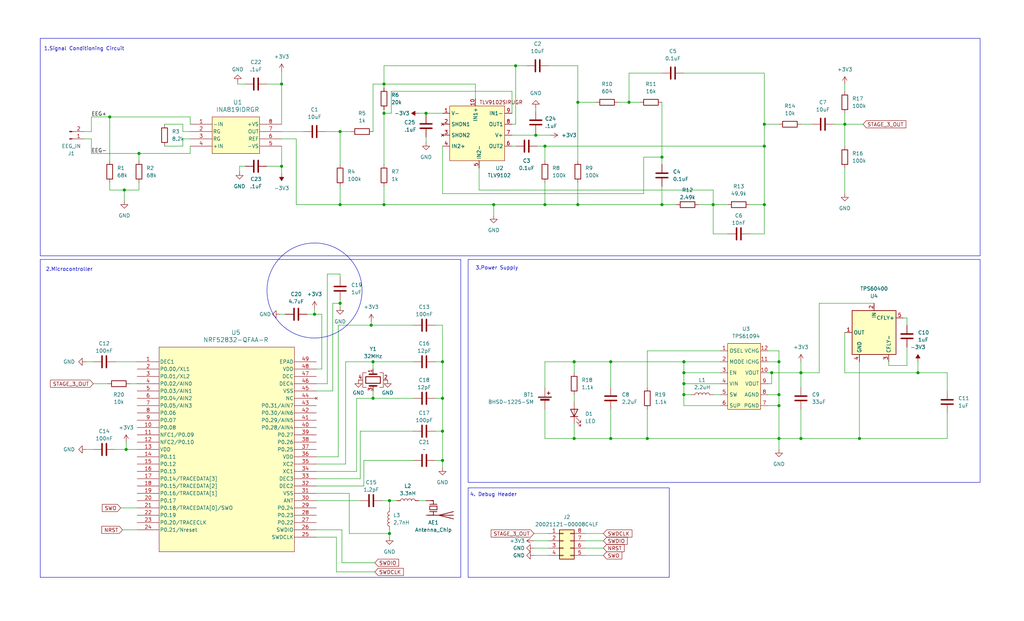
<source format=kicad_sch>
(kicad_sch (version 20230121) (generator eeschema)
  (paper "USLegal")
  (title_block (title "Wearable EEG Sensor") (rev "P2.0") (company "JY-68"))
  (junction (at 38.1 40.64))
  (junction (at 189.23 71.12))
  (junction (at 147.955 39.37))
  (junction (at 199.39 152.4))
  (junction (at 133.35 39.37))
  (junction (at 247.65 71.12))
  (junction (at 293.37 43.18))
  (junction (at 135.255 173.99))
  (junction (at 229.87 71.12))
  (junction (at 270.51 137.16))
  (junction (at 97.79 29.21))
  (junction (at 171.45 71.12))
  (junction (at 186.055 46.99))
  (junction (at 97.79 57.785))
  (junction (at 135.255 185.42))
  (junction (at 278.13 152.4))
  (junction (at 237.49 129.54))
  (junction (at 179.07 22.86))
  (junction (at 218.44 35.56))
  (junction (at 153.67 138.43))
  (junction (at 129.54 125.73))
  (junction (at 199.39 125.73))
  (junction (at 237.49 133.35))
  (junction (at 237.49 125.73))
  (junction (at 265.43 50.8))
  (junction (at 270.51 140.97))
  (junction (at 298.45 152.4))
  (junction (at 200.66 35.56))
  (junction (at 153.67 125.73))
  (junction (at 118.11 45.72))
  (junction (at 267.97 129.54))
  (junction (at 278.13 129.54))
  (junction (at 129.54 138.43))
  (junction (at 200.66 71.12))
  (junction (at 265.43 71.12))
  (junction (at 270.51 152.4))
  (junction (at 48.26 53.34))
  (junction (at 212.09 125.73))
  (junction (at 43.18 66.04))
  (junction (at 118.11 105.41))
  (junction (at 128.905 113.03))
  (junction (at 133.35 29.21))
  (junction (at 237.49 137.16))
  (junction (at 118.11 71.12))
  (junction (at 318.77 129.54))
  (junction (at 212.09 152.4))
  (junction (at 265.43 43.18))
  (junction (at 109.22 109.22))
  (junction (at 43.815 156.21))
  (junction (at 270.51 125.73))
  (junction (at 229.87 54.61))
  (junction (at 189.23 50.8))
  (junction (at 133.35 71.12))
  (junction (at 153.67 160.02))
  (junction (at 224.79 152.4))
  (junction (at 153.67 149.86))
  (wire (pts (xy 267.97 129.54) (xy 278.13 129.54)))
  (wire (pts (xy 102.87 48.26) (xy 102.87 71.12)))
  (wire (pts (xy 135.255 173.99) (xy 137.795 173.99)))
  (wire (pts (xy 278.13 125.73) (xy 278.13 129.54)))
  (wire (pts (xy 31.75 45.72) (xy 31.75 40.64)))
  (wire (pts (xy 40.005 156.21) (xy 43.815 156.21)))
  (wire (pts (xy 278.13 152.4) (xy 270.51 152.4)))
  (wire (pts (xy 185.42 190.5) (xy 190.5 190.5)))
  (wire (pts (xy 223.52 54.61) (xy 229.87 54.61)))
  (wire (pts (xy 145.415 39.37) (xy 147.955 39.37)))
  (wire (pts (xy 45.085 133.35) (xy 47.625 133.35)))
  (wire (pts (xy 293.37 115.57) (xy 293.37 129.54)))
  (wire (pts (xy 278.13 43.18) (xy 281.94 43.18)))
  (wire (pts (xy 147.955 39.37) (xy 153.67 39.37)))
  (wire (pts (xy 223.52 67.31) (xy 223.52 54.61)))
  (wire (pts (xy 224.79 121.92) (xy 250.19 121.92)))
  (wire (pts (xy 212.09 125.73) (xy 237.49 125.73)))
  (wire (pts (xy 190.5 22.86) (xy 200.66 22.86)))
  (wire (pts (xy 189.23 63.5) (xy 189.23 71.12)))
  (wire (pts (xy 153.67 138.43) (xy 153.67 149.86)))
  (wire (pts (xy 135.89 31.75) (xy 177.8 31.75)))
  (wire (pts (xy 97.79 29.21) (xy 97.79 43.18)))
  (wire (pts (xy 125.095 166.37) (xy 125.095 149.86)))
  (wire (pts (xy 293.37 129.54) (xy 318.77 129.54)))
  (wire (pts (xy 293.37 43.18) (xy 299.72 43.18)))
  (wire (pts (xy 314.96 127) (xy 308.61 127)))
  (wire (pts (xy 153.67 149.86) (xy 153.67 160.02)))
  (wire (pts (xy 224.79 142.24) (xy 224.79 152.4)))
  (wire (pts (xy 115.57 105.41) (xy 118.11 105.41)))
  (wire (pts (xy 109.855 186.69) (xy 116.84 186.69)))
  (wire (pts (xy 66.04 43.18) (xy 66.04 40.64)))
  (wire (pts (xy 212.09 142.24) (xy 212.09 152.4)))
  (wire (pts (xy 66.04 53.34) (xy 48.26 53.34)))
  (wire (pts (xy 97.79 24.765) (xy 97.79 29.21)))
  (wire (pts (xy 270.51 137.16) (xy 270.51 140.97)))
  (wire (pts (xy 237.49 25.4) (xy 265.43 25.4)))
  (wire (pts (xy 266.7 137.16) (xy 270.51 137.16)))
  (wire (pts (xy 284.48 105.41) (xy 284.48 129.54)))
  (wire (pts (xy 270.51 121.92) (xy 270.51 125.73)))
  (wire (pts (xy 199.39 147.32) (xy 199.39 152.4)))
  (wire (pts (xy 224.79 152.4) (xy 270.51 152.4)))
  (wire (pts (xy 126.365 160.02) (xy 143.51 160.02)))
  (wire (pts (xy 237.49 133.35) (xy 250.19 133.35)))
  (wire (pts (xy 189.23 134.62) (xy 189.23 125.73)))
  (wire (pts (xy 189.23 50.8) (xy 189.23 55.88)))
  (wire (pts (xy 247.65 81.28) (xy 247.65 71.12)))
  (wire (pts (xy 250.19 140.97) (xy 237.49 140.97)))
  (wire (pts (xy 42.545 184.15) (xy 47.625 184.15)))
  (wire (pts (xy 85.09 57.785) (xy 83.185 57.785)))
  (wire (pts (xy 177.8 39.37) (xy 177.8 31.75)))
  (wire (pts (xy 189.23 71.12) (xy 171.45 71.12)))
  (wire (pts (xy 129.54 125.73) (xy 143.51 125.73)))
  (wire (pts (xy 109.855 171.45) (xy 121.285 171.45)))
  (wire (pts (xy 82.55 29.21) (xy 85.09 29.21)))
  (wire (pts (xy 177.8 46.99) (xy 186.055 46.99)))
  (wire (pts (xy 151.13 138.43) (xy 153.67 138.43)))
  (wire (pts (xy 224.79 152.4) (xy 212.09 152.4)))
  (wire (pts (xy 118.11 104.14) (xy 118.11 105.41)))
  (wire (pts (xy 189.23 125.73) (xy 199.39 125.73)))
  (wire (pts (xy 270.51 125.73) (xy 270.51 137.16)))
  (wire (pts (xy 278.13 152.4) (xy 298.45 152.4)))
  (wire (pts (xy 308.61 125.73) (xy 308.61 127)))
  (wire (pts (xy 109.855 166.37) (xy 125.095 166.37)))
  (wire (pts (xy 229.87 35.56) (xy 229.87 54.61)))
  (wire (pts (xy 153.67 125.73) (xy 153.67 138.43)))
  (wire (pts (xy 66.04 45.72) (xy 63.5 45.72)))
  (wire (pts (xy 270.51 152.4) (xy 270.51 156.21)))
  (wire (pts (xy 218.44 35.56) (xy 222.25 35.56)))
  (wire (pts (xy 48.26 53.34) (xy 48.26 55.88)))
  (wire (pts (xy 97.79 57.785) (xy 97.79 60.325)))
  (wire (pts (xy 218.44 25.4) (xy 218.44 35.56)))
  (wire (pts (xy 123.825 138.43) (xy 129.54 138.43)))
  (wire (pts (xy 97.79 48.26) (xy 102.87 48.26)))
  (wire (pts (xy 266.7 125.73) (xy 270.51 125.73)))
  (wire (pts (xy 121.285 171.45) (xy 121.285 185.42)))
  (wire (pts (xy 129.54 45.72) (xy 129.54 29.21)))
  (wire (pts (xy 265.43 50.8) (xy 265.43 71.12)))
  (wire (pts (xy 135.255 184.15) (xy 135.255 185.42)))
  (wire (pts (xy 265.43 43.18) (xy 265.43 50.8)))
  (wire (pts (xy 247.65 137.16) (xy 250.19 137.16)))
  (wire (pts (xy 118.11 96.52) (xy 118.11 95.25)))
  (wire (pts (xy 186.055 46.99) (xy 191.135 46.99)))
  (wire (pts (xy 314.96 120.65) (xy 314.96 127)))
  (wire (pts (xy 203.2 187.96) (xy 209.55 187.96)))
  (wire (pts (xy 171.45 71.12) (xy 133.35 71.12)))
  (wire (pts (xy 166.37 58.42) (xy 166.37 66.04)))
  (wire (pts (xy 92.71 57.785) (xy 97.79 57.785)))
  (wire (pts (xy 57.15 50.8) (xy 63.5 50.8)))
  (wire (pts (xy 111.76 128.27) (xy 109.855 128.27)))
  (wire (pts (xy 41.91 176.53) (xy 47.625 176.53)))
  (wire (pts (xy 293.37 58.42) (xy 293.37 67.31)))
  (wire (pts (xy 314.96 110.49) (xy 314.96 113.03)))
  (wire (pts (xy 200.66 35.56) (xy 200.66 55.88)))
  (wire (pts (xy 63.5 48.26) (xy 63.5 50.8)))
  (wire (pts (xy 135.89 31.75) (xy 135.89 39.37)))
  (wire (pts (xy 43.18 66.04) (xy 48.26 66.04)))
  (wire (pts (xy 118.11 45.72) (xy 121.92 45.72)))
  (wire (pts (xy 29.845 156.21) (xy 32.385 156.21)))
  (wire (pts (xy 200.66 63.5) (xy 200.66 71.12)))
  (wire (pts (xy 214.63 35.56) (xy 218.44 35.56)))
  (wire (pts (xy 266.7 133.35) (xy 267.97 133.35)))
  (wire (pts (xy 189.23 50.8) (xy 265.43 50.8)))
  (wire (pts (xy 125.095 149.86) (xy 143.51 149.86)))
  (wire (pts (xy 97.79 50.8) (xy 97.79 57.785)))
  (wire (pts (xy 109.22 107.315) (xy 109.22 109.22)))
  (wire (pts (xy 118.745 195.58) (xy 130.175 195.58)))
  (wire (pts (xy 237.49 140.97) (xy 237.49 137.16)))
  (wire (pts (xy 177.8 43.18) (xy 179.07 43.18)))
  (wire (pts (xy 128.905 113.03) (xy 143.51 113.03)))
  (wire (pts (xy 133.35 39.37) (xy 135.89 39.37)))
  (wire (pts (xy 63.5 43.18) (xy 57.15 43.18)))
  (wire (pts (xy 133.35 30.48) (xy 133.35 29.21)))
  (wire (pts (xy 289.56 43.18) (xy 293.37 43.18)))
  (wire (pts (xy 200.66 35.56) (xy 207.01 35.56)))
  (wire (pts (xy 145.415 173.99) (xy 147.955 173.99)))
  (wire (pts (xy 129.54 138.43) (xy 143.51 138.43)))
  (wire (pts (xy 247.65 71.12) (xy 247.65 66.04)))
  (wire (pts (xy 38.1 40.64) (xy 31.75 40.64)))
  (wire (pts (xy 109.855 173.99) (xy 125.095 173.99)))
  (wire (pts (xy 66.04 48.26) (xy 63.5 48.26)))
  (wire (pts (xy 117.475 113.03) (xy 117.475 158.75)))
  (wire (pts (xy 118.11 95.25) (xy 113.665 95.25)))
  (wire (pts (xy 278.13 142.24) (xy 278.13 152.4)))
  (wire (pts (xy 200.66 22.86) (xy 200.66 35.56)))
  (wire (pts (xy 120.015 125.73) (xy 129.54 125.73)))
  (wire (pts (xy 92.71 29.21) (xy 97.79 29.21)))
  (wire (pts (xy 38.1 63.5) (xy 38.1 66.04)))
  (wire (pts (xy 109.855 168.91) (xy 126.365 168.91)))
  (wire (pts (xy 293.37 39.37) (xy 293.37 43.18)))
  (wire (pts (xy 203.2 193.04) (xy 209.55 193.04)))
  (wire (pts (xy 63.5 45.72) (xy 63.5 43.18)))
  (wire (pts (xy 111.76 109.22) (xy 111.76 128.27)))
  (wire (pts (xy 298.45 152.4) (xy 328.93 152.4)))
  (wire (pts (xy 265.43 43.18) (xy 270.51 43.18)))
  (wire (pts (xy 83.185 57.785) (xy 83.185 59.69)))
  (wire (pts (xy 48.26 66.04) (xy 48.26 63.5)))
  (wire (pts (xy 266.7 121.92) (xy 270.51 121.92)))
  (wire (pts (xy 171.45 71.12) (xy 171.45 74.93)))
  (wire (pts (xy 151.13 160.02) (xy 153.67 160.02)))
  (wire (pts (xy 106.68 109.22) (xy 109.22 109.22)))
  (wire (pts (xy 237.49 129.54) (xy 237.49 133.35)))
  (wire (pts (xy 265.43 25.4) (xy 265.43 43.18)))
  (wire (pts (xy 29.21 48.26) (xy 31.75 48.26)))
  (wire (pts (xy 102.87 71.12) (xy 118.11 71.12)))
  (wire (pts (xy 109.855 184.15) (xy 118.745 184.15)))
  (wire (pts (xy 129.54 135.89) (xy 129.54 138.43)))
  (wire (pts (xy 129.54 125.73) (xy 129.54 128.27)))
  (wire (pts (xy 29.21 45.72) (xy 31.75 45.72)))
  (wire (pts (xy 303.53 105.41) (xy 284.48 105.41)))
  (wire (pts (xy 118.745 184.15) (xy 118.745 195.58)))
  (wire (pts (xy 123.825 163.83) (xy 123.825 138.43)))
  (wire (pts (xy 166.37 66.04) (xy 247.65 66.04)))
  (wire (pts (xy 29.845 125.73) (xy 32.385 125.73)))
  (wire (pts (xy 293.37 43.18) (xy 293.37 50.8)))
  (wire (pts (xy 109.855 163.83) (xy 123.825 163.83)))
  (wire (pts (xy 229.87 25.4) (xy 218.44 25.4)))
  (wire (pts (xy 185.42 187.96) (xy 190.5 187.96)))
  (wire (pts (xy 212.09 134.62) (xy 212.09 125.73)))
  (wire (pts (xy 147.955 47.625) (xy 147.955 49.53)))
  (wire (pts (xy 153.67 67.31) (xy 223.52 67.31)))
  (wire (pts (xy 189.23 71.12) (xy 200.66 71.12)))
  (wire (pts (xy 260.35 71.12) (xy 265.43 71.12)))
  (wire (pts (xy 224.79 134.62) (xy 224.79 121.92)))
  (wire (pts (xy 113.665 95.25) (xy 113.665 133.35)))
  (wire (pts (xy 237.49 137.16) (xy 240.03 137.16)))
  (wire (pts (xy 186.055 37.465) (xy 186.055 38.735)))
  (wire (pts (xy 265.43 71.12) (xy 265.43 81.28)))
  (wire (pts (xy 313.69 110.49) (xy 314.96 110.49)))
  (wire (pts (xy 38.1 40.64) (xy 38.1 55.88)))
  (wire (pts (xy 298.45 125.73) (xy 298.45 152.4)))
  (wire (pts (xy 116.84 186.69) (xy 116.84 198.755)))
  (wire (pts (xy 109.855 161.29) (xy 120.015 161.29)))
  (wire (pts (xy 284.48 129.54) (xy 278.13 129.54)))
  (wire (pts (xy 185.42 193.04) (xy 190.5 193.04)))
  (wire (pts (xy 109.855 133.35) (xy 113.665 133.35)))
  (wire (pts (xy 38.1 66.04) (xy 43.18 66.04)))
  (wire (pts (xy 199.39 125.73) (xy 212.09 125.73)))
  (wire (pts (xy 120.015 161.29) (xy 120.015 125.73)))
  (wire (pts (xy 115.57 135.89) (xy 115.57 105.41)))
  (wire (pts (xy 133.35 29.21) (xy 165.1 29.21)))
  (wire (pts (xy 203.2 185.42) (xy 209.55 185.42)))
  (wire (pts (xy 109.855 135.89) (xy 115.57 135.89)))
  (wire (pts (xy 266.7 140.97) (xy 270.51 140.97)))
  (wire (pts (xy 265.43 81.28) (xy 260.35 81.28)))
  (wire (pts (xy 43.18 66.04) (xy 43.18 69.85)))
  (wire (pts (xy 48.26 53.34) (xy 31.75 53.34)))
  (wire (pts (xy 66.04 50.8) (xy 66.04 53.34)))
  (wire (pts (xy 237.49 125.73) (xy 237.49 129.54)))
  (wire (pts (xy 151.13 113.03) (xy 153.67 113.03)))
  (wire (pts (xy 118.11 105.41) (xy 118.11 106.68)))
  (wire (pts (xy 113.03 45.72) (xy 118.11 45.72)))
  (wire (pts (xy 133.35 38.1) (xy 133.35 39.37)))
  (wire (pts (xy 199.39 125.73) (xy 199.39 129.54)))
  (wire (pts (xy 32.385 133.35) (xy 37.465 133.35)))
  (wire (pts (xy 177.8 50.8) (xy 179.07 50.8)))
  (wire (pts (xy 267.97 133.35) (xy 267.97 129.54)))
  (wire (pts (xy 118.11 64.77) (xy 118.11 71.12)))
  (wire (pts (xy 109.22 109.22) (xy 111.76 109.22)))
  (wire (pts (xy 132.715 173.99) (xy 135.255 173.99)))
  (wire (pts (xy 116.84 198.755) (xy 130.175 198.755)))
  (wire (pts (xy 186.69 50.8) (xy 189.23 50.8)))
  (wire (pts (xy 40.005 125.73) (xy 47.625 125.73)))
  (wire (pts (xy 109.855 158.75) (xy 117.475 158.75)))
  (wire (pts (xy 237.49 133.35) (xy 237.49 137.16)))
  (wire (pts (xy 203.2 190.5) (xy 209.55 190.5)))
  (wire (pts (xy 189.23 142.24) (xy 189.23 152.4)))
  (wire (pts (xy 133.35 22.86) (xy 133.35 29.21)))
  (wire (pts (xy 179.07 22.86) (xy 179.07 43.18)))
  (wire (pts (xy 153.67 160.02) (xy 153.67 162.56)))
  (wire (pts (xy 31.75 48.26) (xy 31.75 53.34)))
  (wire (pts (xy 179.07 22.86) (xy 182.88 22.86)))
  (wire (pts (xy 165.1 29.21) (xy 165.1 34.29)))
  (wire (pts (xy 293.37 29.21) (xy 293.37 31.75)))
  (wire (pts (xy 153.67 50.8) (xy 153.67 67.31)))
  (wire (pts (xy 278.13 129.54) (xy 278.13 134.62)))
  (wire (pts (xy 328.93 143.51) (xy 328.93 152.4)))
  (wire (pts (xy 129.54 29.21) (xy 133.35 29.21)))
  (wire (pts (xy 135.255 173.99) (xy 135.255 176.53)))
  (wire (pts (xy 135.255 185.42) (xy 135.255 186.69)))
  (wire (pts (xy 199.39 137.16) (xy 199.39 139.7)))
  (wire (pts (xy 128.905 113.03) (xy 117.475 113.03)))
  (wire (pts (xy 153.67 113.03) (xy 153.67 125.73)))
  (wire (pts (xy 229.87 71.12) (xy 234.95 71.12)))
  (wire (pts (xy 38.1 40.64) (xy 66.04 40.64)))
  (wire (pts (xy 121.285 185.42) (xy 135.255 185.42)))
  (wire (pts (xy 97.79 45.72) (xy 105.41 45.72)))
  (wire (pts (xy 252.73 81.28) (xy 247.65 81.28)))
  (wire (pts (xy 82.55 28.575) (xy 82.55 29.21)))
  (wire (pts (xy 151.13 125.73) (xy 153.67 125.73)))
  (wire (pts (xy 128.905 111.76) (xy 128.905 113.03)))
  (wire (pts (xy 133.35 22.86) (xy 179.07 22.86)))
  (wire (pts (xy 270.51 140.97) (xy 270.51 152.4)))
  (wire (pts (xy 229.87 64.77) (xy 229.87 71.12)))
  (wire (pts (xy 147.955 39.37) (xy 147.955 40.005)))
  (wire (pts (xy 133.35 71.12) (xy 133.35 64.77)))
  (wire (pts (xy 118.11 71.12) (xy 133.35 71.12)))
  (wire (pts (xy 318.77 125.73) (xy 318.77 129.54)))
  (wire (pts (xy 185.42 185.42) (xy 190.5 185.42)))
  (wire (pts (xy 43.815 156.21) (xy 47.625 156.21)))
  (wire (pts (xy 237.49 129.54) (xy 250.19 129.54)))
  (wire (pts (xy 43.815 153.67) (xy 43.815 156.21)))
  (wire (pts (xy 229.87 54.61) (xy 229.87 57.15)))
  (wire (pts (xy 328.93 129.54) (xy 328.93 135.89)))
  (wire (pts (xy 189.23 152.4) (xy 199.39 152.4)))
  (wire (pts (xy 242.57 71.12) (xy 247.65 71.12)))
  (wire (pts (xy 266.7 129.54) (xy 267.97 129.54)))
  (wire (pts (xy 200.66 71.12) (xy 229.87 71.12)))
  (wire (pts (xy 151.13 149.86) (xy 153.67 149.86)))
  (wire (pts (xy 118.11 45.72) (xy 118.11 57.15)))
  (wire (pts (xy 318.77 129.54) (xy 328.93 129.54)))
  (wire (pts (xy 97.155 109.22) (xy 99.06 109.22)))
  (wire (pts (xy 126.365 168.91) (xy 126.365 160.02)))
  (wire (pts (xy 186.055 46.355) (xy 186.055 46.99)))
  (wire (pts (xy 212.09 152.4) (xy 199.39 152.4)))
  (wire (pts (xy 133.35 39.37) (xy 133.35 57.15)))
  (wire (pts (xy 247.65 71.12) (xy 252.73 71.12)))
  (wire (pts (xy 250.19 125.73) (xy 237.49 125.73)))
  (circle (center 109.22 100.965) (radius 16.51))
  (rectangle (start 162.56 90.17) (end 340.36 167.64))
  (rectangle (start 13.97 13.335) (end 340.36 88.9))
  (rectangle (start 13.97 90.17) (end 160.02 200.66))
  (rectangle (start 162.56 169.545) (end 232.41 200.66))
  (text "2.Microcontroller\n\n" (at 15.875 96.52 0) (effects (font (size 1.27 1.27)) (justify left bottom)))
  (text "4. Debug Header" (at 163.195 172.72 0) (effects (font (size 1.27 1.27)) (justify left bottom)))
  (text "3.Power Supply\n" (at 165.1 93.98 0) (effects (font (size 1.27 1.27)) (justify left bottom)))
  (text "1.Signal Conditioning Circuit" (at 15.24 17.78 0) (effects (font (size 1.27 1.27)) (justify left bottom)))
  (label "EEG-" (at 31.75 53.34 0))
  (label "EEG+" (at 31.75 40.64 0))
  (global_label "STAGE_3_OUT" (shape input) (at 299.72 43.18 0) (property "Intersheetrefs" "${INTERSHEET_REFS}" (effects hide)))
  (global_label "STAGE_3_OUT" (shape input) (at 185.42 185.42 180) (property "Intersheetrefs" "${INTERSHEET_REFS}" (effects hide)))
  (global_label "SWO" (shape input) (at 41.91 176.53 180) (property "Intersheetrefs" "${INTERSHEET_REFS}" (effects hide)))
  (global_label "NRST" (shape input) (at 42.545 184.15 180) (property "Intersheetrefs" "${INTERSHEET_REFS}" (effects hide)))
  (global_label "SWO" (shape input) (at 209.55 193.04 0) (property "Intersheetrefs" "${INTERSHEET_REFS}" (effects hide)))
  (global_label "STAGE_3_OUT" (shape input) (at 32.385 133.35 180) (property "Intersheetrefs" "${INTERSHEET_REFS}" (effects hide)))
  (global_label "NRST" (shape input) (at 209.55 190.5 0) (property "Intersheetrefs" "${INTERSHEET_REFS}" (effects hide)))
  (global_label "SWDCLK" (shape input) (at 130.175 198.755 0) (property "Intersheetrefs" "${INTERSHEET_REFS}" (effects hide)))
  (global_label "SWDIO" (shape input) (at 130.175 195.58 0) (property "Intersheetrefs" "${INTERSHEET_REFS}" (effects hide)))
  (global_label "SWDIO" (shape input) (at 209.55 187.96 0) (property "Intersheetrefs" "${INTERSHEET_REFS}" (effects hide)))
  (global_label "SWDCLK" (shape input) (at 209.55 185.42 0) (property "Intersheetrefs" "${INTERSHEET_REFS}" (effects hide)))
  (symbol (lib_id "Device:C") (at 118.11 100.33 0) (unit 1)
    (property "Reference" "C19" (at 121.92 99.06 0) (effects (justify left)))
    (property "Value" "1uF" (at 121.92 101.6 0) (effects (justify left)))
    (property "Footprint" "Capacitor_SMD:C_0603_1608Metric" (effects hide))
  )
  (symbol (lib_id "Device:C") (at 256.54 81.28 90) (unit 1)
    (property "Reference" "C6" (at 256.54 74.93 90))
    (property "Value" "10nF" (at 256.54 77.47 90))
    (property "Footprint" "Capacitor_SMD:C_0402_1005Metric" (effects hide))
    (property "Datasheet" "https://search.murata.co.jp/Ceramy/image/img/A01X/G101/ENG/GRM155R71C103KA01-01.pdf" (effects hide))
  )
  (symbol (lib_id "Device:C") (at 147.32 138.43 270) (unit 1)
    (property "Reference" "C18" (at 147.32 132.08 90))
    (property "Value" "12pF" (at 147.32 134.62 90))
    (property "Footprint" "Capacitor_SMD:C_0402_1005Metric" (effects hide))
    (property "Datasheet" "https://search.murata.co.jp/Ceramy/image/img/A01X/G101/ENG/GJM1555C1H120FB01-01.pdf" (effects hide))
  )
  (symbol (lib_id "power:GND") (at 118.11 106.68 0) (unit 1)
    (property "Reference" "#PWR020" (effects hide))
    (property "Value" "GND" (at 118.11 111.76 0))
  )
  (symbol (lib_id "Device:C") (at 36.195 125.73 270) (unit 1)
    (property "Reference" "C12" (at 36.195 119.38 90))
    (property "Value" "100nF" (at 36.195 121.92 90))
    (property "Footprint" "Capacitor_SMD:C_0402_1005Metric" (effects hide))
    (property "Datasheet" "https://search.murata.co.jp/Ceramy/image/img/A01X/G101/ENG/GRM155R71C104KA88-01.pdf" (effects hide))
  )
  (symbol (lib_id "power:+3V3") (at 109.22 107.315 0) (unit 1)
    (property "Reference" "#PWR022" (effects hide))
    (property "Value" "+3V3" (at 109.22 102.235 0))
  )
  (symbol (lib_id "power:GND") (at 134.62 132.08 0) (unit 1)
    (property "Reference" "#PWR013" (effects hide))
    (property "Value" "GND" (at 134.62 136.525 0))
  )
  (symbol (lib_id "INA819IDRGR:INA819IDRGR") (at 73.66 40.64 0) (unit 1)
    (property "Reference" "U1" (at 82.55 35.56 0) (effects (font (size 1.524 1.524))))
    (property "Value" "INA819IDRGR" (at 82.55 38.1 0) (effects (font (size 1.524 1.524))))
    (property "Footprint" "Package_SON:WSON-8-1EP_3x3mm_P0.5mm_EP1.45x2.4mm" (effects hide))
    (property "Datasheet" "https://www.ti.com/lit/ds/symlink/ina819.pdf" (effects hide))
    (property "Description" "IC OPAMP INSTRUMENTATION 8-WSON" (effects hide))
    (property "Manufacturer" "Texas Instruments" (effects hide))
    (property "Part Number" "INA819IDRGR" (effects hide))
  )
  (symbol (lib_id "power:GND") (at 171.45 74.93 0) (unit 1)
    (property "Reference" "#PWR06" (effects hide))
    (property "Value" "GND" (at 171.45 80.01 0))
  )
  (symbol (lib_id "Device:C") (at 186.055 42.545 180) (unit 1)
    (property "Reference" "C24" (at 189.23 41.275 0) (effects (justify right)))
    (property "Value" ".1uF" (at 189.23 43.815 0) (effects (justify right)))
    (property "Footprint" "Capacitor_SMD:C_0402_1005Metric" (effects hide))
    (property "Datasheet" "https://search.murata.co.jp/Ceramy/image/img/A01X/G101/ENG/GRM155R71C104KA88-01.pdf" (effects hide))
  )
  (symbol (lib_id "NRF52832_QFAA:NRF52832-QFAA-R") (at 47.625 125.73 0) (unit 1)
    (property "Reference" "U5" (at 81.915 115.57 0) (effects (font (size 1.524 1.524))))
    (property "Value" "NRF52832-QFAA-R" (at 81.915 118.11 0) (effects (font (size 1.524 1.524))))
    (property "Footprint" "Library:QFN-48_NOR" (effects hide))
    (property "Datasheet" "NRF52832-QFAA-R" (effects hide))
  )
  (symbol (lib_id "power:+3V3") (at 43.815 153.67 0) (unit 1)
    (property "Reference" "#PWR015" (effects hide))
    (property "Value" "+3V3" (at 43.815 148.59 0))
  )
  (symbol (lib_id "Device:C") (at 314.96 116.84 0) (unit 1)
    (property "Reference" "C10" (at 318.77 115.57 0) (effects (justify left)))
    (property "Value" "1uF" (at 318.77 118.11 0) (effects (justify left)))
    (property "Footprint" "Capacitor_SMD:C_0402_1005Metric" (effects hide))
    (property "Datasheet" "https://search.murata.co.jp/Ceramy/image/img/A01X/G101/ENG/GRM155R70J105KA12-01.pdf" (effects hide))
  )
  (symbol (lib_id "Device:C") (at 186.69 22.86 90) (unit 1)
    (property "Reference" "C2" (at 186.69 15.24 90))
    (property "Value" "10uF" (at 186.69 17.78 90))
    (property "Footprint" "Capacitor_SMD:C_0402_1005Metric" (effects hide))
    (property "Datasheet" "https://search.murata.co.jp/Ceramy/image/img/A01X/G101/ENG/GRM155R60J106ME05-01A.pdf" (effects hide))
  )
  (symbol (lib_id "power:-3V3") (at 145.415 39.37 90) (unit 1)
    (property "Reference" "#PWR04" (effects hide))
    (property "Value" "-3V3" (at 142.24 39.37 90) (effects (justify left)))
  )
  (symbol (lib_id "Device:R") (at 133.35 60.96 0) (unit 1)
    (property "Reference" "R7" (at 135.89 59.69 0) (effects (justify left)))
    (property "Value" "1k" (at 135.89 62.23 0) (effects (justify left)))
    (property "Footprint" "Resistor_SMD:R_0402_1005Metric" (effects hide))
    (property "Datasheet" "https://www.seielect.com/catalog/sei-rmcf_rmcp.pdf" (effects hide))
    (property "Description" "RES 1k OHM 1/16W 1% 0402 SMD" (effects hide))
    (property "Manufacturer" "Stackpole Electronics Inc" (effects hide))
    (property "Part Number" "RMCF0402FT1K00" (effects hide))
  )
  (symbol (lib_id "Connector:Conn_01x02_Pin") (at 24.13 48.26 0) (mirror x) (unit 1)
    (property "Reference" "J1" (at 24.765 53.34 0))
    (property "Value" "EEG_IN" (at 24.765 50.8 0))
    (property "Footprint" "Connector_PinHeader_2.54mm:PinHeader_1x02_P2.54mm_Vertical" (effects hide))
    (property "Datasheet" "n/a" (effects hide))
  )
  (symbol (lib_id "power:GND") (at 82.55 28.575 180) (unit 1)
    (property "Reference" "#PWR027" (effects hide))
    (property "Value" "GND" (at 82.55 24.13 0))
  )
  (symbol (lib_id "Device:C") (at 233.68 25.4 90) (mirror x) (unit 1)
    (property "Reference" "C5" (at 233.68 17.78 90))
    (property "Value" "0.1uF" (at 233.68 20.32 90))
    (property "Footprint" "Capacitor_SMD:C_0402_1005Metric" (effects hide))
    (property "Datasheet" "https://search.murata.co.jp/Ceramy/image/img/A01X/G101/ENG/GRM155R71C104KA88-01.pdf" (effects hide))
  )
  (symbol (lib_id "Device:C") (at 88.9 29.21 90) (unit 1)
    (property "Reference" "C22" (at 88.9 21.59 90))
    (property "Value" ".1uF" (at 88.9 24.13 90))
    (property "Footprint" "Capacitor_SMD:C_0402_1005Metric" (effects hide))
    (property "Datasheet" "https://search.murata.co.jp/Ceramy/image/img/A01X/G101/ENG/GRM155R71C104KA88-01.pdf" (effects hide))
  )
  (symbol (lib_id "Device:L") (at 243.84 137.16 90) (unit 1)
    (property "Reference" "L1" (at 243.84 132.08 90))
    (property "Value" "2.2uH" (at 243.84 134.62 90))
    (property "Footprint" "Inductor_SMD:L_Murata_DFE201610P" (effects hide))
    (property "Datasheet" "https://search.murata.co.jp/Ceramy/image/img/P02/JELF243B-0028.pdf" (effects hide))
  )
  (symbol (lib_id "Device:R") (at 41.275 133.35 90) (unit 1)
    (property "Reference" "R20" (at 41.275 137.16 90))
    (property "Value" "10k" (at 41.275 139.7 90))
    (property "Footprint" "Resistor_SMD:R_0402_1005Metric" (effects hide))
    (property "Datasheet" "https://www.seielect.com/catalog/sei-rmcf_rmcp.pdf" (effects hide))
    (property "Description" "RES 10k OHM 1/16W 1% 0402 SMD" (effects hide))
    (property "Manufacturer" "Stackpole Electronics Inc" (effects hide))
    (property "Part Number" "RMCF0402FT10K0" (effects hide))
  )
  (symbol (lib_id "power:+3V3") (at 97.79 24.765 0) (unit 1)
    (property "Reference" "#PWR02" (effects hide))
    (property "Value" "+3V3" (at 97.79 19.685 0))
  )
  (symbol (lib_id "power:+3V3") (at 191.135 46.99 270) (unit 1)
    (property "Reference" "#PWR05" (effects hide))
    (property "Value" "+3V3" (at 194.945 46.99 90) (effects (justify left)))
  )
  (symbol (lib_id "Device:R") (at 274.32 43.18 90) (unit 1)
    (property "Reference" "R14" (at 274.32 36.83 90))
    (property "Value" "10k" (at 274.32 39.37 90))
    (property "Footprint" "Resistor_SMD:R_0402_1005Metric" (effects hide))
    (property "Datasheet" "https://www.seielect.com/catalog/sei-rmcf_rmcp.pdf" (effects hide))
    (property "Description" "RES 10k OHM 1/16W 1% 0402 SMD" (effects hide))
    (property "Manufacturer" "Stackpole Electronics Inc" (effects hide))
    (property "Part Number" "RMCF0402FT10K0" (effects hide))
  )
  (symbol (lib_id "Device:R") (at 38.1 59.69 0) (unit 1)
    (property "Reference" "R1" (at 40.64 58.42 0) (effects (justify left)))
    (property "Value" "68k" (at 40.64 60.96 0) (effects (justify left)))
    (property "Footprint" "Resistor_SMD:R_0402_1005Metric" (effects hide))
    (property "Datasheet" "https://www.seielect.com/catalog/sei-rmcf_rmcp.pdf" (effects hide))
    (property "Description" "RES 68k OHM 1/16W 1% 0402 SMD" (effects hide))
    (property "Manufacturer" "Stackpole Electronics Inc" (effects hide))
    (property "Part Number" "RMCF0402FT68K0" (effects hide))
  )
  (symbol (lib_id "Device:C") (at 109.22 45.72 90) (unit 1)
    (property "Reference" "C1" (at 109.22 38.1 90))
    (property "Value" "10uF" (at 109.22 40.64 90))
    (property "Footprint" "Capacitor_SMD:C_0402_1005Metric" (effects hide))
    (property "Datasheet" "https://search.murata.co.jp/Ceramy/image/img/A01X/G101/ENG/GRM155R60J106ME05-01A.pdf" (effects hide))
  )
  (symbol (lib_id "Device:C") (at 212.09 138.43 180) (unit 1)
    (property "Reference" "C8" (at 215.9 137.16 0) (effects (justify right)))
    (property "Value" "2.2uF" (at 215.9 139.7 0) (effects (justify right)))
    (property "Footprint" "Capacitor_SMD:C_0402_1005Metric" (effects hide))
    (property "Datasheet" "https://search.murata.co.jp/Ceramy/image/img/A01X/G101/ENG/GRM155C80J225KE95-01.pdf" (effects hide))
  )
  (symbol (lib_id "power:GND") (at 293.37 67.31 0) (unit 1)
    (property "Reference" "#PWR07" (effects hide))
    (property "Value" "GND" (at 293.37 72.39 0))
  )
  (symbol (lib_id "Device:C") (at 147.32 149.86 270) (unit 1)
    (property "Reference" "C17" (at 147.32 143.51 90))
    (property "Value" "100pF" (at 147.32 146.05 90))
    (property "Footprint" "Capacitor_SMD:C_0402_1005Metric" (effects hide))
    (property "Datasheet" "https://search.murata.co.jp/Ceramy/image/img/A01X/G101/ENG/GRM1555C1H101JA01-01.pdf" (effects hide))
  )
  (symbol (lib_id "Device:C") (at 36.195 156.21 270) (unit 1)
    (property "Reference" "C14" (at 36.195 149.86 90))
    (property "Value" "100nF" (at 36.195 152.4 90))
    (property "Footprint" "Capacitor_SMD:C_0402_1005Metric" (effects hide))
    (property "Datasheet" "https://search.murata.co.jp/Ceramy/image/img/A01X/G101/ENG/GRM155R71C104KA88-01.pdf" (effects hide))
  )
  (symbol (lib_id "Device:R") (at 226.06 35.56 90) (unit 1)
    (property "Reference" "R11" (at 226.06 29.21 90))
    (property "Value" "16k" (at 226.06 31.75 90))
    (property "Footprint" "Resistor_SMD:R_0402_1005Metric" (effects hide))
    (property "Datasheet" "https://www.seielect.com/catalog/sei-rmcf_rmcp.pdf" (effects hide))
    (property "Description" "RES 16k OHM 1/16W 1% 0402 SMD" (effects hide))
    (property "Manufacturer" "Stackpole Electronics Inc" (effects hide))
    (property "Part Number" "RMCF0402FT16K0" (effects hide))
  )
  (symbol (lib_id "Device:R") (at 256.54 71.12 90) (unit 1)
    (property "Reference" "R13" (at 256.54 64.77 90))
    (property "Value" "49.9k" (at 256.54 67.31 90))
    (property "Footprint" "Resistor_SMD:R_0402_1005Metric" (effects hide))
    (property "Datasheet" "https://www.seielect.com/catalog/sei-rmcf_rmcp.pdf" (effects hide))
    (property "Description" "RES 49.9k OHM 1/16W 1% 0402 SMD" (effects hide))
    (property "Manufacturer" "Stackpole Electronics Inc" (effects hide))
    (property "Part Number" "RMCF0402FT49K9" (effects hide))
  )
  (symbol (lib_id "Device:C") (at 147.32 160.02 270) (unit 1) (in_bom no)
    (property "Reference" "C21" (at 147.32 153.67 90))
    (property "Value" "~" (at 147.32 156.21 90))
    (property "Footprint" "Capacitor_SMD:C_0402_1005Metric" (effects hide))
  )
  (symbol (lib_id "Device:C") (at 182.88 50.8 90) (unit 1)
    (property "Reference" "C3" (at 182.88 55.88 90))
    (property "Value" "0.1uF" (at 182.88 58.42 90))
    (property "Footprint" "Capacitor_SMD:C_0402_1005Metric" (effects hide))
    (property "Datasheet" "https://search.murata.co.jp/Ceramy/image/img/A01X/G101/ENG/GRM155R71C104KA88-01.pdf" (effects hide))
  )
  (symbol (lib_id "Device:C") (at 88.9 57.785 90) (unit 1)
    (property "Reference" "C23" (at 88.9 62.23 90))
    (property "Value" ".1uF" (at 88.9 64.77 90))
    (property "Footprint" "Capacitor_SMD:C_0402_1005Metric" (effects hide))
    (property "Datasheet" "https://search.murata.co.jp/Ceramy/image/img/A01X/G101/ENG/GRM155R71C104KA88-01.pdf" (effects hide))
  )
  (symbol (lib_id "Device:C") (at 229.87 60.96 180) (unit 1)
    (property "Reference" "C4" (at 233.68 59.69 0) (effects (justify right)))
    (property "Value" "0.1uF" (at 233.68 62.23 0) (effects (justify right)))
    (property "Footprint" "Capacitor_SMD:C_0402_1005Metric" (effects hide))
    (property "Datasheet" "https://search.murata.co.jp/Ceramy/image/img/A01X/G101/ENG/GRM155R71C104KA88-01.pdf" (effects hide))
  )
  (symbol (lib_id "Device:R") (at 189.23 59.69 0) (unit 1)
    (property "Reference" "R8" (at 191.77 58.42 0) (effects (justify left)))
    (property "Value" "100k" (at 191.77 60.96 0) (effects (justify left)))
    (property "Footprint" "Resistor_SMD:R_0402_1005Metric" (effects hide))
    (property "Datasheet" "https://www.seielect.com/catalog/sei-rmcf_rmcp.pdf" (effects hide))
    (property "Description" "RES 100k OHM 1/16W 1% 0402 SMD" (effects hide))
    (property "Manufacturer" "Stackpole Electronics Inc" (effects hide))
    (property "Part Number" "RMCF0402FT100K" (effects hide))
  )
  (symbol (lib_id "My_Library:TPS61094") (at 257.81 119.38 0) (unit 1)
    (property "Reference" "U3" (at 259.08 114.3 0))
    (property "Value" "TPS61094" (at 259.08 116.84 0))
    (property "Footprint" "Package_SON:WSON-12-1EP_3x2mm_P0.5mm_EP1x2.65" (effects hide))
    (property "Datasheet" "https://www.ti.com/lit/ds/symlink/tps61094.pdf?ts=1709168053866&ref_url=https%253A%252F%252Fwww.google.com%252F" (effects hide))
    (property "Description" "IC BOOST CONV 12-WSON" (effects hide))
    (property "Manufacturer" "Texas Instruments" (effects hide))
    (property "Part Number" "TPS61094" (effects hide))
  )
  (symbol (lib_id "power:GND") (at 185.42 193.04 270) (unit 1)
    (property "Reference" "#PWR019" (effects hide))
    (property "Value" "GND" (at 182.245 193.04 90) (effects (justify right)))
  )
  (symbol (lib_id "Device:R") (at 133.35 34.29 0) (unit 1)
    (property "Reference" "R6" (at 135.89 33.02 0) (effects (justify left)))
    (property "Value" "20k" (at 135.89 35.56 0) (effects (justify left)))
    (property "Footprint" "Resistor_SMD:R_0402_1005Metric" (effects hide))
    (property "Datasheet" "https://www.seielect.com/catalog/sei-rmcf_rmcp.pdf" (effects hide))
    (property "Description" "RES 20k OHM 1/16W 1% 0402 SMD" (effects hide))
    (property "Manufacturer" "Stackpole Electronics Inc" (effects hide))
    (property "Part Number" "RMCF0402FT20K0" (effects hide))
  )
  (symbol (lib_id "power:GND") (at 43.18 69.85 0) (unit 1)
    (property "Reference" "#PWR01" (effects hide))
    (property "Value" "GND" (at 43.18 74.93 0))
  )
  (symbol (lib_id "power:GND") (at 124.46 132.08 0) (unit 1)
    (property "Reference" "#PWR023" (effects hide))
    (property "Value" "GND" (at 124.46 136.525 0))
  )
  (symbol (lib_id "Device:R") (at 210.82 35.56 90) (unit 1)
    (property "Reference" "R10" (at 210.82 29.21 90))
    (property "Value" "604" (at 210.82 31.75 90))
    (property "Footprint" "Resistor_SMD:R_0402_1005Metric" (effects hide))
    (property "Datasheet" "https://www.seielect.com/catalog/sei-rmcf_rmcp.pdf" (effects hide))
    (property "Description" "RES 604 OHM 1/16W 1% 0402 SMD" (effects hide))
    (property "Manufacturer" "Stackpole Electronics Inc" (effects hide))
    (property "Part Number" "RMCF0402FT604R" (effects hide))
  )
  (symbol (lib_id "Device:Crystal_GND24") (at 129.54 132.08 270) (unit 1)
    (property "Reference" "Y1" (at 129.54 121.285 90))
    (property "Value" "32MHz" (at 129.54 123.825 90))
    (property "Footprint" "ECS_320_8_37CKM:XTAL_ECS-320-8-37CKM" (effects hide))
    (property "Datasheet" "https://ecsxtal.com/store/pdf/ecx-1637.pdf" (effects hide))
  )
  (symbol (lib_id "Device:C") (at 328.93 139.7 180) (unit 1)
    (property "Reference" "C11" (at 332.74 138.43 0) (effects (justify right)))
    (property "Value" "1uF" (at 332.74 140.97 0) (effects (justify right)))
    (property "Footprint" "Capacitor_SMD:C_0402_1005Metric" (effects hide))
    (property "Datasheet" "https://search.murata.co.jp/Ceramy/image/img/A01X/G101/ENG/GRM155R70J105KA12-01.pdf" (effects hide))
  )
  (symbol (lib_id "Device:C") (at 147.32 113.03 270) (unit 1)
    (property "Reference" "C13" (at 147.32 106.68 90))
    (property "Value" "100nF" (at 147.32 109.22 90))
    (property "Footprint" "Capacitor_SMD:C_0402_1005Metric" (effects hide))
    (property "Datasheet" "https://search.murata.co.jp/Ceramy/image/img/A01X/G101/ENG/GRM155R71C104KA88-01.pdf" (effects hide))
  )
  (symbol (lib_id "power:GND") (at 135.255 186.69 0) (unit 1)
    (property "Reference" "#PWR016" (effects hide))
    (property "Value" "GND" (at 135.255 191.77 0))
  )
  (symbol (lib_id "Device:L") (at 135.255 180.34 180) (unit 1)
    (property "Reference" "L3" (at 136.525 179.07 0) (effects (justify right)))
    (property "Value" "2.7nH" (at 136.525 181.61 0) (effects (justify right)))
    (property "Footprint" "Inductor_SMD:L_Murata_DFE201610P" (effects hide))
    (property "Datasheet" "https://search.murata.co.jp/Ceramy/image/img/P02/JELF243B-0005.pdf" (effects hide))
  )
  (symbol (lib_id "power:GND") (at 270.51 156.21 0) (unit 1)
    (property "Reference" "#PWR010" (effects hide))
    (property "Value" "GND" (at 270.51 161.29 0))
  )
  (symbol (lib_id "power:+3V3") (at 185.42 187.96 90) (unit 1)
    (property "Reference" "#PWR025" (effects hide))
    (property "Value" "+3V3" (at 182.245 187.96 90) (effects (justify left)))
  )
  (symbol (lib_id "Device:C") (at 278.13 138.43 180) (unit 1)
    (property "Reference" "C9" (at 281.94 137.16 0) (effects (justify right)))
    (property "Value" "33uF" (at 281.94 139.7 0) (effects (justify right)))
    (property "Footprint" "Capacitor_SMD:C_0805_2012Metric" (effects hide))
    (property "Datasheet" "https://product.tdk.com/system/files/dam/doc/product/capacitor/ceramic/mlcc/catalog/mlcc_commercial_general_en.pdf" (effects hide))
  )
  (symbol (lib_id "Device:C") (at 128.905 173.99 270) (unit 1)
    (property "Reference" "C15" (at 128.905 167.64 90))
    (property "Value" "1.2pF" (at 128.905 170.18 90))
    (property "Footprint" "Capacitor_SMD:C_0402_1005Metric" (effects hide))
    (property "Datasheet" "https://search.murata.co.jp/Ceramy/image/img/A01X/G101/ENG/GRM1555C1H1R2CA01-01.pdf" (effects hide))
  )
  (symbol (lib_id "Device:R") (at 125.73 45.72 90) (unit 1)
    (property "Reference" "R5" (at 125.73 39.37 90))
    (property "Value" "1k" (at 125.73 41.91 90))
    (property "Footprint" "Resistor_SMD:R_0402_1005Metric" (effects hide))
    (property "Datasheet" "https://www.seielect.com/catalog/sei-rmcf_rmcp.pdf" (effects hide))
    (property "Description" "RES 1k OHM 1/16W 1% 0402 SMD" (effects hide))
    (property "Manufacturer" "Stackpole Electronics Inc" (effects hide))
    (property "Part Number" "RMCF0402FT1K00" (effects hide))
  )
  (symbol (lib_id "Device:R") (at 293.37 35.56 0) (unit 1)
    (property "Reference" "R17" (at 295.91 34.29 0) (effects (justify left)))
    (property "Value" "100k" (at 295.91 36.83 0) (effects (justify left)))
    (property "Footprint" "Resistor_SMD:R_0402_1005Metric" (effects hide))
    (property "Datasheet" "https://www.seielect.com/catalog/sei-rmcf_rmcp.pdf" (effects hide))
    (property "Description" "RES 100k OHM 1/16W 1% 0402 SMD" (effects hide))
    (property "Manufacturer" "Stackpole Electronics Inc" (effects hide))
    (property "Part Number" "RMCF0402FT100K" (effects hide))
  )
  (symbol (lib_id "power:+3V3") (at 128.905 111.76 0) (unit 1)
    (property "Reference" "#PWR018" (effects hide))
    (property "Value" "+3V3" (at 128.905 106.68 0))
  )
  (symbol (lib_id "Device:C") (at 285.75 43.18 90) (unit 1)
    (property "Reference" "C7" (at 285.75 35.56 90))
    (property "Value" "10uF" (at 285.75 38.1 90))
    (property "Footprint" "Capacitor_SMD:C_0402_1005Metric" (effects hide))
    (property "Datasheet" "https://search.murata.co.jp/Ceramy/image/img/A01X/G101/ENG/GRM155R60J106ME05-01A.pdf" (effects hide))
  )
  (symbol (lib_id "Device:C") (at 147.955 43.815 180) (unit 1)
    (property "Reference" "C25" (at 140.335 42.545 0) (effects (justify right)))
    (property "Value" ".1uF" (at 140.335 45.085 0) (effects (justify right)))
    (property "Footprint" "Capacitor_SMD:C_0402_1005Metric" (effects hide))
    (property "Datasheet" "https://search.murata.co.jp/Ceramy/image/img/A01X/G101/ENG/GRM155R71C104KA88-01.pdf" (effects hide))
  )
  (symbol (lib_id "Device:C") (at 102.87 109.22 270) (unit 1)
    (property "Reference" "C20" (at 102.87 102.235 90))
    (property "Value" "4.7uF" (at 102.87 104.775 90))
    (property "Footprint" "Capacitor_SMD:C_0603_1608Metric" (effects hide))
  )
  (symbol (lib_id "Connector_Generic:Conn_02x04_Counter_Clockwise") (at 195.58 187.96 0) (unit 1)
    (property "Reference" "J2" (at 196.85 179.705 0))
    (property "Value" "20021121-00008C4LF" (at 196.85 182.245 0))
    (property "Footprint" "20021121_00008C4LF:AMPHENOL_20021121-00008C4LF" (effects hide))
    (property "Datasheet" "https://mm.digikey.com/Volume0/opasdata/d220001/medias/docus/2587/Minitek%20127_Catalog.pdf" (effects hide))
  )
  (symbol (lib_id "Device:Battery_Cell") (at 189.23 139.7 0) (unit 1)
    (property "Reference" "BT1" (at 185.42 137.16 0) (effects (justify right)))
    (property "Value" "BHSD-1225-SM" (at 185.42 139.7 0) (effects (justify right)))
    (property "Footprint" "Connector_PinSocket_2.54mm:PinSocket_1x02_P2.54mm_Vertical" (effects hide))
    (property "Datasheet" "n/a" (effects hide))
  )
  (symbol (lib_id "Device:R") (at 200.66 59.69 0) (unit 1)
    (property "Reference" "R9" (at 203.2 58.42 0) (effects (justify left)))
    (property "Value" "100k" (at 203.2 60.96 0) (effects (justify left)))
    (property "Footprint" "Resistor_SMD:R_0402_1005Metric" (effects hide))
    (property "Datasheet" "https://www.seielect.com/catalog/sei-rmcf_rmcp.pdf" (effects hide))
    (property "Description" "RES 100k OHM 1/16W 1% 0402 SMD" (effects hide))
    (property "Manufacturer" "Stackpole Electronics Inc" (effects hide))
    (property "Part Number" "RMCF0402FT100K" (effects hide))
  )
  (symbol (lib_id "power:GND") (at 29.845 156.21 270) (unit 1)
    (property "Reference" "#PWR014" (effects hide))
    (property "Value" "GND" (at 26.035 156.21 90) (effects (justify right)))
  )
  (symbol (lib_id "power:-3V3") (at 97.79 60.325 180) (unit 1)
    (property "Reference" "#PWR03" (effects hide))
    (property "Value" "-3V3" (at 97.79 65.405 0))
  )
  (symbol (lib_id "power:GND") (at 147.955 49.53 0) (unit 1)
    (property "Reference" "#PWR028" (effects hide))
    (property "Value" "GND" (at 147.955 54.61 0))
  )
  (symbol (lib_id "Device:R") (at 57.15 46.99 0) (unit 1)
    (property "Reference" "R3" (at 59.69 45.72 0) (effects (justify left)))
    (property "Value" "8.2k" (at 59.69 48.26 0) (effects (justify left)))
    (property "Footprint" "Resistor_SMD:R_0402_1005Metric" (effects hide))
    (property "Datasheet" "https://www.seielect.com/catalog/sei-rmcf_rmcp.pdf" (effects hide))
    (property "Description" "RES 8.2k OHM 1/16W 1% 0402 SMD" (effects hide))
    (property "Manufacturer" "Stackpole Electronics Inc" (effects hide))
    (property "Part Number" "RMCF0402FT8K20" (effects hide))
  )
  (symbol (lib_id "Device:Antenna_Chip") (at 150.495 176.53 270) (unit 1)
    (property "Reference" "AE1" (at 150.495 181.61 90))
    (property "Value" "Antenna_Chip" (at 150.495 184.15 90))
    (property "Footprint" "Library:XDCR_2450AT18B100E" (effects hide))
    (property "Datasheet" "https://www.johansontechnology.com/datasheets/2450AT18B100/2450AT18B100.pdf" (effects hide))
  )
  (symbol (lib_id "power:GND") (at 29.845 125.73 270) (unit 1)
    (property "Reference" "#PWR012" (effects hide))
    (property "Value" "GND" (at 26.035 125.73 90) (effects (justify right)))
  )
  (symbol (lib_id "Device:R") (at 224.79 138.43 0) (unit 1)
    (property "Reference" "R19" (at 227.33 137.16 0) (effects (justify left)))
    (property "Value" "1.1k" (at 227.33 139.7 0) (effects (justify left)))
    (property "Footprint" "Resistor_SMD:R_0402_1005Metric" (effects hide))
    (property "Datasheet" "https://www.seielect.com/catalog/sei-rmcf_rmcp.pdf" (effects hide))
    (property "Description" "RES 1.1k OHM 1/16W 1% 0402 SMD" (effects hide))
    (property "Manufacturer" "Stackpole Electronics Inc" (effects hide))
    (property "Part Number" "RMCF0402FT1K10" (effects hide))
  )
  (symbol (lib_id "Device:LED") (at 199.39 143.51 90) (unit 1)
    (property "Reference" "D1" (at 203.2 143.8275 90) (effects (justify right)))
    (property "Value" "LED" (at 203.2 146.3675 90) (effects (justify right)))
    (property "Footprint" "LED_SMD:LED_0603_1608Metric" (effects hide))
    (property "Datasheet" "https://www.we-online.com/components/products/datasheet/150060VS75000.pdf" (effects hide))
  )
  (symbol (lib_id "power:GND") (at 153.67 162.56 0) (unit 1)
    (property "Reference" "#PWR017" (effects hide))
    (property "Value" "GND" (at 153.67 167.64 0))
  )
  (symbol (lib_id "Device:R") (at 118.11 60.96 0) (unit 1)
    (property "Reference" "R4" (at 120.65 59.69 0) (effects (justify left)))
    (property "Value" "100k" (at 120.65 62.23 0) (effects (justify left)))
    (property "Footprint" "Resistor_SMD:R_0402_1005Metric" (effects hide))
    (property "Datasheet" "https://www.seielect.com/catalog/sei-rmcf_rmcp.pdf" (effects hide))
    (property "Description" "RES 100k OHM 1/16W 1% 0402 SMD" (effects hide))
    (property "Manufacturer" "Stackpole Electronics Inc" (effects hide))
    (property "Part Number" "RMCF0402FT100K" (effects hide))
  )
  (symbol (lib_id "power:GND") (at 97.155 109.22 270) (unit 1)
    (property "Reference" "#PWR021" (effects hide))
    (property "Value" "GND" (at 92.075 109.22 90))
  )
  (symbol (lib_id "Device:R") (at 238.76 71.12 90) (unit 1)
    (property "Reference" "R12" (at 238.76 66.04 90))
    (property "Value" "2.49k" (at 238.76 68.58 90))
    (property "Footprint" "Resistor_SMD:R_0402_1005Metric" (effects hide))
    (property "Datasheet" "https://www.seielect.com/catalog/sei-rmcf_rmcp.pdf" (effects hide))
    (property "Description" "RES 2.49k OHM 1/16W 1% 0402 SMD" (effects hide))
    (property "Manufacturer" "Stackpole Electronics Inc" (effects hide))
    (property "Part Number" "RMCF0402FT2K49" (effects hide))
  )
  (symbol (lib_id "power:GND") (at 83.185 59.69 0) (unit 1)
    (property "Reference" "#PWR026" (effects hide))
    (property "Value" "GND" (at 83.185 64.77 0))
  )
  (symbol (lib_id "Amplifier_Current:AD8211") (at 303.53 115.57 180) (unit 1)
    (property "Reference" "U4" (at 303.53 102.87 0))
    (property "Value" "TPS60400" (at 303.53 100.33 0))
    (property "Footprint" "Package_TO_SOT_SMD:SOT-23-5" (effects hide))
    (property "Datasheet" "https://www.ti.com/lit/ds/symlink/tps60400.pdf?ts=1709088547524&ref_url=https%253A%252F%252Fwww.google.com%252F" (effects hide))
    (property "Description" "IC CHARGE PUMP 5-SOT-23" (effects hide))
    (property "Manufacturer" "Texas Instruments" (effects hide))
    (property "Part Number" "TPS60400DBV" (effects hide))
  )
  (symbol (lib_id "Device:R") (at 199.39 133.35 0) (unit 1)
    (property "Reference" "R18" (at 201.93 132.08 0) (effects (justify left)))
    (property "Value" "1.1k" (at 201.93 134.62 0) (effects (justify left)))
    (property "Footprint" "Resistor_SMD:R_0402_1005Metric" (effects hide))
    (property "Datasheet" "https://www.seielect.com/catalog/sei-rmcf_rmcp.pdf" (effects hide))
    (property "Description" "RES 1.1k OHM 1/16W 1% 0402 SMD" (effects hide))
    (property "Manufacturer" "Stackpole Electronics Inc" (effects hide))
    (property "Part Number" "RMCF0402FT1K10" (effects hide))
  )
  (symbol (lib_id "TLV9102SIRUGR:TLV9102") (at 156.21 36.83 0) (unit 1)
    (property "Reference" "U2" (at 172.085 58.42 0) (effects (justify left)))
    (property "Value" "TLV9102" (at 173.355 60.96 0))
    (property "Footprint" "Package_DFN_QFN:Texas_R-PUQFN-N10" (effects hide))
    (property "Datasheet" "https://www.ti.com/lit/ds/symlink/tlv9102.pdf" (effects hide))
    (property "Description" "IC OPAMP DUAL 10-X2QFN" (effects hide))
    (property "Manufacturer" "Texas Instruments" (effects hide))
    (property "Part Number" "TLV9102SIRUGR" (effects hide))
  )
  (symbol (lib_id "power:+3V3") (at 278.13 125.73 0) (unit 1)
    (property "Reference" "#PWR09" (effects hide))
    (property "Value" "+3V3" (at 278.13 120.65 0))
  )
  (symbol (lib_id "Device:L") (at 141.605 173.99 90) (unit 1)
    (property "Reference" "L2" (at 141.605 168.91 90))
    (property "Value" "3.3nH" (at 141.605 171.45 90))
    (property "Footprint" "Inductor_SMD:L_Murata_DFE201610P" (effects hide))
    (property "Datasheet" "https://search.murata.co.jp/Ceramy/image/img/P02/JELF243B-0026.pdf" (effects hide))
  )
  (symbol (lib_id "Device:C") (at 147.32 125.73 270) (unit 1)
    (property "Reference" "C16" (at 147.32 119.38 90))
    (property "Value" "12pF" (at 147.32 121.92 90))
    (property "Footprint" "Capacitor_SMD:C_0402_1005Metric" (effects hide))
    (property "Datasheet" "https://search.murata.co.jp/Ceramy/image/img/A01X/G101/ENG/GJM1555C1H120FB01-01.pdf" (effects hide))
  )
  (symbol (lib_id "Device:R") (at 293.37 54.61 0) (unit 1)
    (property "Reference" "R16" (at 295.91 53.34 0) (effects (justify left)))
    (property "Value" "100k" (at 295.91 55.88 0) (effects (justify left)))
    (property "Footprint" "Resistor_SMD:R_0402_1005Metric" (effects hide))
    (property "Datasheet" "https://www.seielect.com/catalog/sei-rmcf_rmcp.pdf" (effects hide))
    (property "Description" "RES 100k OHM 1/16W 1% 0402 SMD" (effects hide))
    (property "Manufacturer" "Stackpole Electronics Inc" (effects hide))
    (property "Part Number" "RMCF0402FT100K" (effects hide))
  )
  (symbol (lib_id "Device:R") (at 48.26 59.69 0) (unit 1)
    (property "Reference" "R2" (at 50.8 58.42 0) (effects (justify left)))
    (property "Value" "68k" (at 50.8 60.96 0) (effects (justify left)))
    (property "Footprint" "Resistor_SMD:R_0402_1005Metric" (effects hide))
    (property "Datasheet" "https://www.seielect.com/catalog/sei-rmcf_rmcp.pdf" (effects hide))
    (property "Description" "RES 68k OHM 1/16W 1% 0402 SMD" (effects hide))
    (property "Manufacturer" "Stackpole Electronics Inc" (effects hide))
    (property "Part Number" "RMCF0402FT68K0" (effects hide))
  )
  (symbol (lib_id "power:+3V3") (at 293.37 29.21 0) (unit 1)
    (property "Reference" "#PWR08" (effects hide))
    (property "Value" "+3V3" (at 293.37 24.13 0))
  )
  (symbol (lib_id "power:GND") (at 185.42 190.5 270) (unit 1)
    (property "Reference" "#PWR024" (effects hide))
    (property "Value" "GND" (at 182.245 190.5 90) (effects (justify right)))
  )
  (symbol (lib_id "power:-3V3") (at 318.77 125.73 0) (unit 1)
    (property "Reference" "#PWR011" (effects hide))
    (property "Value" "-3V3" (at 318.77 120.65 0))
  )
  (symbol (lib_id "power:GND") (at 186.055 37.465 180) (unit 1)
    (property "Reference" "#PWR029" (effects hide))
    (property "Value" "GND" (at 186.055 32.385 0))
  )
)
</source>
